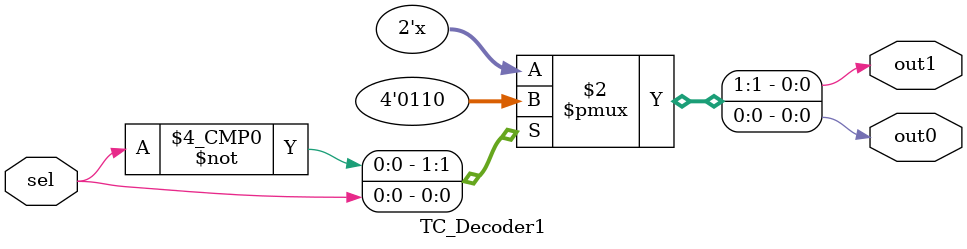
<source format=v>
module TC_Decoder1 (sel, out0, out1);
    parameter UUID = 0;
    parameter NAME = "";
    input sel;
    output reg out0, out1;

    always @ (sel)
    begin
        case(sel)
        1'b0 : {out1, out0} =  2'b01;
        1'b1 : {out1, out0} =  2'b10;
        endcase
    end 
endmodule

</source>
